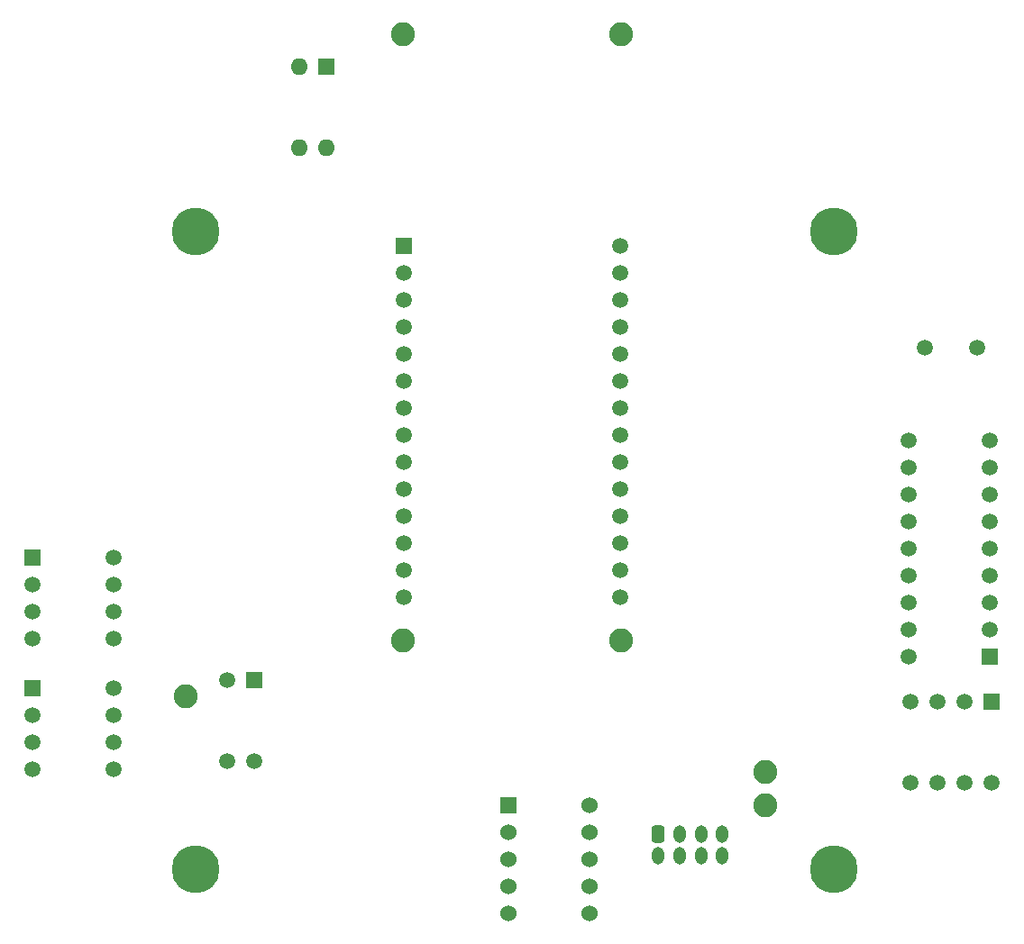
<source format=gbr>
%TF.GenerationSoftware,KiCad,Pcbnew,7.0.1-0*%
%TF.CreationDate,2023-05-24T18:23:51+09:00*%
%TF.ProjectId,MissionModule,4d697373-696f-46e4-9d6f-64756c652e6b,rev?*%
%TF.SameCoordinates,Original*%
%TF.FileFunction,Soldermask,Bot*%
%TF.FilePolarity,Negative*%
%FSLAX46Y46*%
G04 Gerber Fmt 4.6, Leading zero omitted, Abs format (unit mm)*
G04 Created by KiCad (PCBNEW 7.0.1-0) date 2023-05-24 18:23:51*
%MOMM*%
%LPD*%
G01*
G04 APERTURE LIST*
G04 Aperture macros list*
%AMRoundRect*
0 Rectangle with rounded corners*
0 $1 Rounding radius*
0 $2 $3 $4 $5 $6 $7 $8 $9 X,Y pos of 4 corners*
0 Add a 4 corners polygon primitive as box body*
4,1,4,$2,$3,$4,$5,$6,$7,$8,$9,$2,$3,0*
0 Add four circle primitives for the rounded corners*
1,1,$1+$1,$2,$3*
1,1,$1+$1,$4,$5*
1,1,$1+$1,$6,$7*
1,1,$1+$1,$8,$9*
0 Add four rect primitives between the rounded corners*
20,1,$1+$1,$2,$3,$4,$5,0*
20,1,$1+$1,$4,$5,$6,$7,0*
20,1,$1+$1,$6,$7,$8,$9,0*
20,1,$1+$1,$8,$9,$2,$3,0*%
G04 Aperture macros list end*
%ADD10C,4.500000*%
%ADD11C,2.250000*%
%ADD12R,1.500000X1.500000*%
%ADD13C,1.500000*%
%ADD14R,1.530000X1.530000*%
%ADD15C,1.530000*%
%ADD16R,1.600000X1.600000*%
%ADD17O,1.600000X1.600000*%
%ADD18R,1.508000X1.508000*%
%ADD19C,1.508000*%
%ADD20RoundRect,0.250000X-0.350000X-0.560000X0.350000X-0.560000X0.350000X0.560000X-0.350000X0.560000X0*%
%ADD21O,1.200000X1.650000*%
G04 APERTURE END LIST*
D10*
%TO.C,REF\u002A\u002A*%
X178500000Y-75000000D03*
%TD*%
D11*
%TO.C,TP1*%
X172000000Y-128999432D03*
%TD*%
%TO.C,TP3*%
X117600000Y-118699432D03*
%TD*%
D12*
%TO.C,U8*%
X103200000Y-105700000D03*
D13*
X103200000Y-108240000D03*
X103200000Y-110780000D03*
X103200000Y-113320000D03*
X110820000Y-113320000D03*
X110820000Y-110780000D03*
X110820000Y-108240000D03*
X110820000Y-105700000D03*
%TD*%
D11*
%TO.C,TP2*%
X172000000Y-125799432D03*
%TD*%
D12*
%TO.C,U5*%
X124025000Y-117200000D03*
D13*
X121485000Y-117200000D03*
X121485000Y-124820000D03*
X124025000Y-124820000D03*
%TD*%
%TO.C,Y1*%
X187050000Y-86000000D03*
X191930000Y-86000000D03*
%TD*%
D14*
%TO.C,U4*%
X147880000Y-128972500D03*
D15*
X147880000Y-131512500D03*
X147880000Y-134052500D03*
X147880000Y-136592500D03*
X147880000Y-139132500D03*
X155500000Y-139132500D03*
X155500000Y-136592500D03*
X155500000Y-134052500D03*
X155500000Y-131512500D03*
X155500000Y-128972500D03*
%TD*%
D10*
%TO.C,REF\u002A\u002A*%
X118500000Y-135000000D03*
%TD*%
D12*
%TO.C,U1*%
X193300000Y-119200000D03*
D13*
X190760000Y-119200000D03*
X188220000Y-119200000D03*
X185680000Y-119200000D03*
X185680000Y-126820000D03*
X188220000Y-126820000D03*
X190760000Y-126820000D03*
X193300000Y-126820000D03*
%TD*%
D16*
%TO.C,SW1*%
X130850000Y-59574432D03*
D17*
X128310000Y-59574432D03*
X128310000Y-67194432D03*
X130850000Y-67194432D03*
%TD*%
D11*
%TO.C,U6*%
X158512500Y-56475000D03*
X138012500Y-56475000D03*
X158512500Y-113475000D03*
X138012500Y-113475000D03*
D18*
X138102500Y-76359800D03*
D19*
X138102500Y-78899800D03*
X138102500Y-81439800D03*
X138102500Y-83979800D03*
X138102500Y-86519800D03*
X138102500Y-89059800D03*
X138102500Y-91599800D03*
X138102500Y-94139800D03*
X138102500Y-96679800D03*
X138102500Y-99219800D03*
X138102500Y-101759800D03*
X138102500Y-104299800D03*
X138102500Y-106839800D03*
X138102500Y-109379800D03*
X158422500Y-109379800D03*
X158422500Y-106839800D03*
X158422500Y-104299800D03*
X158422500Y-101759800D03*
X158422500Y-99219800D03*
X158422500Y-96679800D03*
X158422500Y-94139800D03*
X158422500Y-91599800D03*
X158422500Y-89059800D03*
X158422500Y-86519800D03*
X158422500Y-83979800D03*
X158422500Y-81439800D03*
X158422500Y-78899800D03*
X158422500Y-76359800D03*
%TD*%
D10*
%TO.C,REF\u002A\u002A*%
X178500000Y-135000000D03*
%TD*%
D12*
%TO.C,U7*%
X103200000Y-117950000D03*
D13*
X103200000Y-120490000D03*
X103200000Y-123030000D03*
X103200000Y-125570000D03*
X110820000Y-125570000D03*
X110820000Y-123030000D03*
X110820000Y-120490000D03*
X110820000Y-117950000D03*
%TD*%
D10*
%TO.C,REF\u002A\u002A*%
X118500000Y-75000000D03*
%TD*%
D12*
%TO.C,U2*%
X193120000Y-115040000D03*
D13*
X193120000Y-112500000D03*
X193120000Y-109960000D03*
X193120000Y-107420000D03*
X193120000Y-104880000D03*
X193120000Y-102340000D03*
X193120000Y-99800000D03*
X193120000Y-97260000D03*
X193120000Y-94720000D03*
X185500000Y-94720000D03*
X185500000Y-97260000D03*
X185500000Y-99800000D03*
X185500000Y-102340000D03*
X185500000Y-104880000D03*
X185500000Y-107420000D03*
X185500000Y-109960000D03*
X185500000Y-112500000D03*
X185500000Y-115040000D03*
%TD*%
D20*
%TO.C,J1*%
X162000000Y-131690000D03*
D21*
X162000000Y-133690000D03*
X164000000Y-131690000D03*
X164000000Y-133690000D03*
X166000000Y-131690000D03*
X166000000Y-133690000D03*
X168000000Y-131690000D03*
X168000000Y-133690000D03*
%TD*%
M02*

</source>
